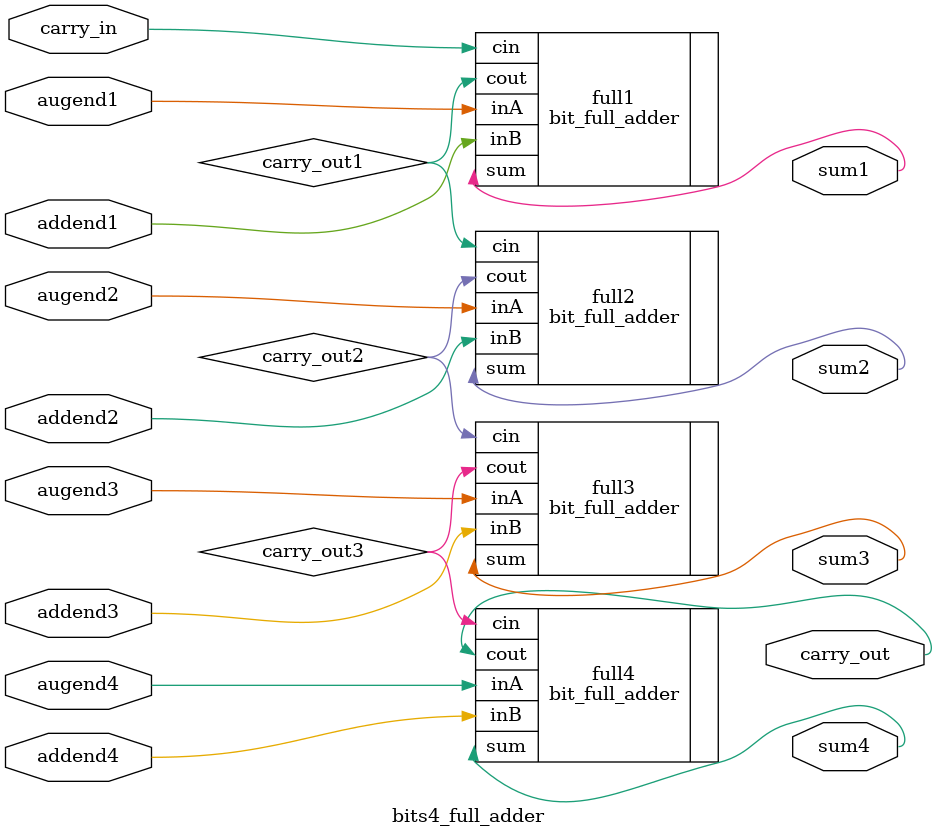
<source format=v>
module bits4_full_adder (
    input carry_in,
    input augend1,
    input augend2,
    input augend3,
    input augend4,

    input addend1,
    input addend2, 
    input addend3,
    input addend4,

    output sum1,
    output sum2,
    output sum3,
    output sum4,

    output carry_out


);

wire carry_out1;
wire carry_out2;
wire carry_out3;

bit_full_adder full1 (
    .inA(augend1),
    .inB(addend1),
    .cin(carry_in),
    .sum(sum1),
    .cout(carry_out1)
);

bit_full_adder full2 (
    .inA(augend2),
    .inB(addend2),
    .cin(carry_out1),
    .sum(sum2),
    .cout(carry_out2)
);

bit_full_adder full3 (
    .inA(augend3),
    .inB(addend3),
    .cin(carry_out2),
    .sum(sum3),
    .cout(carry_out3)
);

bit_full_adder full4 (
    .inA(augend4),
    .inB(addend4),
    .cin(carry_out3),
    .sum(sum4),
    .cout(carry_out)
);


//or g1(cout, cout1, cout2);

endmodule
</source>
